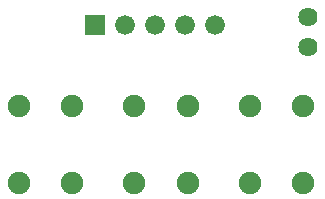
<source format=gbs>
G04 Layer: BottomSolderMaskLayer*
G04 EasyEDA v6.4.19.5, 2021-05-18T22:58:39--5:00*
G04 4dc87e2bd6d7430eaf2060c118457cdd,00a5ad12733442db97615573759eb5db,10*
G04 Gerber Generator version 0.2*
G04 Scale: 100 percent, Rotated: No, Reflected: No *
G04 Dimensions in millimeters *
G04 leading zeros omitted , absolute positions ,4 integer and 5 decimal *
%FSLAX45Y45*%
%MOMM*%

%ADD20C,1.9016*%
%ADD21C,1.6764*%
%ADD23C,1.6256*%

%LPD*%
D20*
G01*
X829055Y474979D03*
G01*
X1279144Y474979D03*
G01*
X829055Y1125220D03*
G01*
X1279144Y1125220D03*
G01*
X2784856Y474979D03*
G01*
X3234943Y474979D03*
G01*
X2784856Y1125220D03*
G01*
X3234943Y1125220D03*
G01*
X1806955Y474979D03*
G01*
X2257043Y474979D03*
G01*
X1806955Y1125220D03*
G01*
X2257043Y1125220D03*
D21*
G01*
X2489200Y1816100D03*
G01*
X2235200Y1816100D03*
G01*
X1981200Y1816100D03*
G01*
X1727200Y1816100D03*
G36*
X1389379Y1732279D02*
G01*
X1389379Y1899920D01*
X1557020Y1899920D01*
X1557020Y1732279D01*
G37*
D23*
G01*
X3276600Y1625600D03*
G01*
X3276600Y1879600D03*
M02*

</source>
